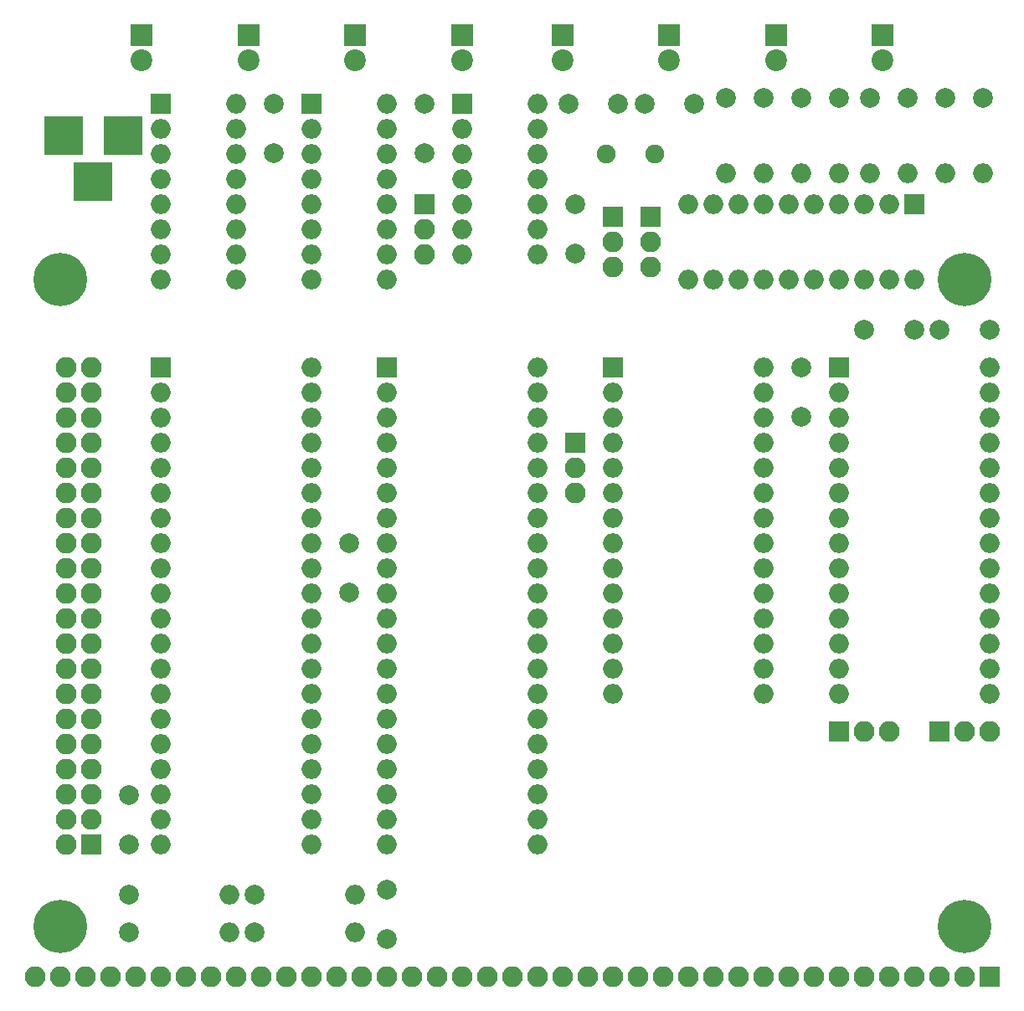
<source format=gts>
G04 #@! TF.FileFunction,Soldermask,Top*
%FSLAX46Y46*%
G04 Gerber Fmt 4.6, Leading zero omitted, Abs format (unit mm)*
G04 Created by KiCad (PCBNEW 4.0.7) date 09/22/19 17:23:00*
%MOMM*%
%LPD*%
G01*
G04 APERTURE LIST*
%ADD10C,0.100000*%
%ADD11R,2.000000X2.000000*%
%ADD12O,2.000000X2.000000*%
%ADD13R,2.100000X2.100000*%
%ADD14O,2.100000X2.100000*%
%ADD15R,3.900000X3.900000*%
%ADD16C,5.400000*%
%ADD17C,2.000000*%
%ADD18C,1.900000*%
%ADD19R,2.200000X2.200000*%
%ADD20C,2.200000*%
G04 APERTURE END LIST*
D10*
D11*
X182880000Y-83820000D03*
D12*
X198120000Y-116840000D03*
X182880000Y-86360000D03*
X198120000Y-114300000D03*
X182880000Y-88900000D03*
X198120000Y-111760000D03*
X182880000Y-91440000D03*
X198120000Y-109220000D03*
X182880000Y-93980000D03*
X198120000Y-106680000D03*
X182880000Y-96520000D03*
X198120000Y-104140000D03*
X182880000Y-99060000D03*
X198120000Y-101600000D03*
X182880000Y-101600000D03*
X198120000Y-99060000D03*
X182880000Y-104140000D03*
X198120000Y-96520000D03*
X182880000Y-106680000D03*
X198120000Y-93980000D03*
X182880000Y-109220000D03*
X198120000Y-91440000D03*
X182880000Y-111760000D03*
X198120000Y-88900000D03*
X182880000Y-114300000D03*
X198120000Y-86360000D03*
X182880000Y-116840000D03*
X198120000Y-83820000D03*
D13*
X198120000Y-145415000D03*
D14*
X195580000Y-145415000D03*
X193040000Y-145415000D03*
X190500000Y-145415000D03*
X187960000Y-145415000D03*
X185420000Y-145415000D03*
X182880000Y-145415000D03*
X180340000Y-145415000D03*
X177800000Y-145415000D03*
X175260000Y-145415000D03*
X172720000Y-145415000D03*
X170180000Y-145415000D03*
X167640000Y-145415000D03*
X165100000Y-145415000D03*
X162560000Y-145415000D03*
X160020000Y-145415000D03*
X157480000Y-145415000D03*
X154940000Y-145415000D03*
X152400000Y-145415000D03*
X149860000Y-145415000D03*
X147320000Y-145415000D03*
X144780000Y-145415000D03*
X142240000Y-145415000D03*
X139700000Y-145415000D03*
X137160000Y-145415000D03*
X134620000Y-145415000D03*
X132080000Y-145415000D03*
X129540000Y-145415000D03*
X127000000Y-145415000D03*
X124460000Y-145415000D03*
X121920000Y-145415000D03*
X119380000Y-145415000D03*
X116840000Y-145415000D03*
X114300000Y-145415000D03*
X111760000Y-145415000D03*
X109220000Y-145415000D03*
X106680000Y-145415000D03*
X104140000Y-145415000D03*
X101600000Y-145415000D03*
D13*
X107315000Y-132080000D03*
D14*
X104775000Y-132080000D03*
X107315000Y-129540000D03*
X104775000Y-129540000D03*
X107315000Y-127000000D03*
X104775000Y-127000000D03*
X107315000Y-124460000D03*
X104775000Y-124460000D03*
X107315000Y-121920000D03*
X104775000Y-121920000D03*
X107315000Y-119380000D03*
X104775000Y-119380000D03*
X107315000Y-116840000D03*
X104775000Y-116840000D03*
X107315000Y-114300000D03*
X104775000Y-114300000D03*
X107315000Y-111760000D03*
X104775000Y-111760000D03*
X107315000Y-109220000D03*
X104775000Y-109220000D03*
X107315000Y-106680000D03*
X104775000Y-106680000D03*
X107315000Y-104140000D03*
X104775000Y-104140000D03*
X107315000Y-101600000D03*
X104775000Y-101600000D03*
X107315000Y-99060000D03*
X104775000Y-99060000D03*
X107315000Y-96520000D03*
X104775000Y-96520000D03*
X107315000Y-93980000D03*
X104775000Y-93980000D03*
X107315000Y-91440000D03*
X104775000Y-91440000D03*
X107315000Y-88900000D03*
X104775000Y-88900000D03*
X107315000Y-86360000D03*
X104775000Y-86360000D03*
X107315000Y-83820000D03*
X104775000Y-83820000D03*
D15*
X110490000Y-60325000D03*
X104490000Y-60325000D03*
X107490000Y-65025000D03*
D16*
X104140000Y-140335000D03*
X195580000Y-140335000D03*
X195580000Y-74930000D03*
X104140000Y-74930000D03*
D17*
X133350000Y-101600000D03*
X133350000Y-106600000D03*
X179070000Y-83820000D03*
X179070000Y-88820000D03*
X198120000Y-80010000D03*
X193120000Y-80010000D03*
X155575000Y-57150000D03*
X160575000Y-57150000D03*
X140970000Y-57150000D03*
X140970000Y-62150000D03*
X111125000Y-132080000D03*
X111125000Y-127080000D03*
X125730000Y-57150000D03*
X125730000Y-62150000D03*
X190500000Y-80010000D03*
X185500000Y-80010000D03*
X168275000Y-57150000D03*
X163275000Y-57150000D03*
X123825000Y-140970000D03*
D12*
X133985000Y-140970000D03*
D17*
X111125000Y-140970000D03*
D12*
X121285000Y-140970000D03*
D17*
X111125000Y-137160000D03*
D12*
X121285000Y-137160000D03*
D11*
X137160000Y-83820000D03*
D12*
X152400000Y-132080000D03*
X137160000Y-86360000D03*
X152400000Y-129540000D03*
X137160000Y-88900000D03*
X152400000Y-127000000D03*
X137160000Y-91440000D03*
X152400000Y-124460000D03*
X137160000Y-93980000D03*
X152400000Y-121920000D03*
X137160000Y-96520000D03*
X152400000Y-119380000D03*
X137160000Y-99060000D03*
X152400000Y-116840000D03*
X137160000Y-101600000D03*
X152400000Y-114300000D03*
X137160000Y-104140000D03*
X152400000Y-111760000D03*
X137160000Y-106680000D03*
X152400000Y-109220000D03*
X137160000Y-109220000D03*
X152400000Y-106680000D03*
X137160000Y-111760000D03*
X152400000Y-104140000D03*
X137160000Y-114300000D03*
X152400000Y-101600000D03*
X137160000Y-116840000D03*
X152400000Y-99060000D03*
X137160000Y-119380000D03*
X152400000Y-96520000D03*
X137160000Y-121920000D03*
X152400000Y-93980000D03*
X137160000Y-124460000D03*
X152400000Y-91440000D03*
X137160000Y-127000000D03*
X152400000Y-88900000D03*
X137160000Y-129540000D03*
X152400000Y-86360000D03*
X137160000Y-132080000D03*
X152400000Y-83820000D03*
D11*
X160020000Y-83820000D03*
D12*
X175260000Y-116840000D03*
X160020000Y-86360000D03*
X175260000Y-114300000D03*
X160020000Y-88900000D03*
X175260000Y-111760000D03*
X160020000Y-91440000D03*
X175260000Y-109220000D03*
X160020000Y-93980000D03*
X175260000Y-106680000D03*
X160020000Y-96520000D03*
X175260000Y-104140000D03*
X160020000Y-99060000D03*
X175260000Y-101600000D03*
X160020000Y-101600000D03*
X175260000Y-99060000D03*
X160020000Y-104140000D03*
X175260000Y-96520000D03*
X160020000Y-106680000D03*
X175260000Y-93980000D03*
X160020000Y-109220000D03*
X175260000Y-91440000D03*
X160020000Y-111760000D03*
X175260000Y-88900000D03*
X160020000Y-114300000D03*
X175260000Y-86360000D03*
X160020000Y-116840000D03*
X175260000Y-83820000D03*
D13*
X182880000Y-120650000D03*
D14*
X185420000Y-120650000D03*
X187960000Y-120650000D03*
D13*
X193040000Y-120650000D03*
D14*
X195580000Y-120650000D03*
X198120000Y-120650000D03*
D13*
X156210000Y-91440000D03*
D14*
X156210000Y-93980000D03*
X156210000Y-96520000D03*
D13*
X160020000Y-68580000D03*
D14*
X160020000Y-71120000D03*
X160020000Y-73660000D03*
D11*
X129540000Y-57150000D03*
D12*
X137160000Y-74930000D03*
X129540000Y-59690000D03*
X137160000Y-72390000D03*
X129540000Y-62230000D03*
X137160000Y-69850000D03*
X129540000Y-64770000D03*
X137160000Y-67310000D03*
X129540000Y-67310000D03*
X137160000Y-64770000D03*
X129540000Y-69850000D03*
X137160000Y-62230000D03*
X129540000Y-72390000D03*
X137160000Y-59690000D03*
X129540000Y-74930000D03*
X137160000Y-57150000D03*
D11*
X114300000Y-83820000D03*
D12*
X129540000Y-132080000D03*
X114300000Y-86360000D03*
X129540000Y-129540000D03*
X114300000Y-88900000D03*
X129540000Y-127000000D03*
X114300000Y-91440000D03*
X129540000Y-124460000D03*
X114300000Y-93980000D03*
X129540000Y-121920000D03*
X114300000Y-96520000D03*
X129540000Y-119380000D03*
X114300000Y-99060000D03*
X129540000Y-116840000D03*
X114300000Y-101600000D03*
X129540000Y-114300000D03*
X114300000Y-104140000D03*
X129540000Y-111760000D03*
X114300000Y-106680000D03*
X129540000Y-109220000D03*
X114300000Y-109220000D03*
X129540000Y-106680000D03*
X114300000Y-111760000D03*
X129540000Y-104140000D03*
X114300000Y-114300000D03*
X129540000Y-101600000D03*
X114300000Y-116840000D03*
X129540000Y-99060000D03*
X114300000Y-119380000D03*
X129540000Y-96520000D03*
X114300000Y-121920000D03*
X129540000Y-93980000D03*
X114300000Y-124460000D03*
X129540000Y-91440000D03*
X114300000Y-127000000D03*
X129540000Y-88900000D03*
X114300000Y-129540000D03*
X129540000Y-86360000D03*
X114300000Y-132080000D03*
X129540000Y-83820000D03*
D18*
X159385000Y-62230000D03*
X164265000Y-62230000D03*
D17*
X123825000Y-137160000D03*
D12*
X133985000Y-137160000D03*
D17*
X137160000Y-141605000D03*
X137160000Y-136605000D03*
D11*
X114300000Y-57150000D03*
D12*
X121920000Y-74930000D03*
X114300000Y-59690000D03*
X121920000Y-72390000D03*
X114300000Y-62230000D03*
X121920000Y-69850000D03*
X114300000Y-64770000D03*
X121920000Y-67310000D03*
X114300000Y-67310000D03*
X121920000Y-64770000D03*
X114300000Y-69850000D03*
X121920000Y-62230000D03*
X114300000Y-72390000D03*
X121920000Y-59690000D03*
X114300000Y-74930000D03*
X121920000Y-57150000D03*
D17*
X156210000Y-67310000D03*
X156210000Y-72310000D03*
D13*
X163830000Y-68580000D03*
D14*
X163830000Y-71120000D03*
X163830000Y-73660000D03*
D11*
X190500000Y-67310000D03*
D12*
X167640000Y-74930000D03*
X187960000Y-67310000D03*
X170180000Y-74930000D03*
X185420000Y-67310000D03*
X172720000Y-74930000D03*
X182880000Y-67310000D03*
X175260000Y-74930000D03*
X180340000Y-67310000D03*
X177800000Y-74930000D03*
X177800000Y-67310000D03*
X180340000Y-74930000D03*
X175260000Y-67310000D03*
X182880000Y-74930000D03*
X172720000Y-67310000D03*
X185420000Y-74930000D03*
X170180000Y-67310000D03*
X187960000Y-74930000D03*
X167640000Y-67310000D03*
X190500000Y-74930000D03*
D19*
X144780000Y-50165000D03*
D20*
X144780000Y-52705000D03*
D19*
X133985000Y-50165000D03*
D20*
X133985000Y-52705000D03*
D19*
X123190000Y-50165000D03*
D20*
X123190000Y-52705000D03*
D19*
X112395000Y-50165000D03*
D20*
X112395000Y-52705000D03*
D19*
X187325000Y-50165000D03*
D20*
X187325000Y-52705000D03*
D19*
X176530000Y-50165000D03*
D20*
X176530000Y-52705000D03*
D19*
X165735000Y-50165000D03*
D20*
X165735000Y-52705000D03*
D19*
X154940000Y-50165000D03*
D20*
X154940000Y-52705000D03*
D17*
X171450000Y-56515000D03*
D12*
X171450000Y-64135000D03*
D17*
X175260000Y-56515000D03*
D12*
X175260000Y-64135000D03*
D17*
X179070000Y-56515000D03*
D12*
X179070000Y-64135000D03*
D17*
X182880000Y-56515000D03*
D12*
X182880000Y-64135000D03*
D17*
X186055000Y-56515000D03*
D12*
X186055000Y-64135000D03*
D17*
X189865000Y-56515000D03*
D12*
X189865000Y-64135000D03*
D17*
X193675000Y-56515000D03*
D12*
X193675000Y-64135000D03*
D17*
X197485000Y-56515000D03*
D12*
X197485000Y-64135000D03*
D11*
X144780000Y-57150000D03*
D12*
X152400000Y-72390000D03*
X144780000Y-59690000D03*
X152400000Y-69850000D03*
X144780000Y-62230000D03*
X152400000Y-67310000D03*
X144780000Y-64770000D03*
X152400000Y-64770000D03*
X144780000Y-67310000D03*
X152400000Y-62230000D03*
X144780000Y-69850000D03*
X152400000Y-59690000D03*
X144780000Y-72390000D03*
X152400000Y-57150000D03*
D13*
X140970000Y-67310000D03*
D14*
X140970000Y-69850000D03*
X140970000Y-72390000D03*
M02*

</source>
